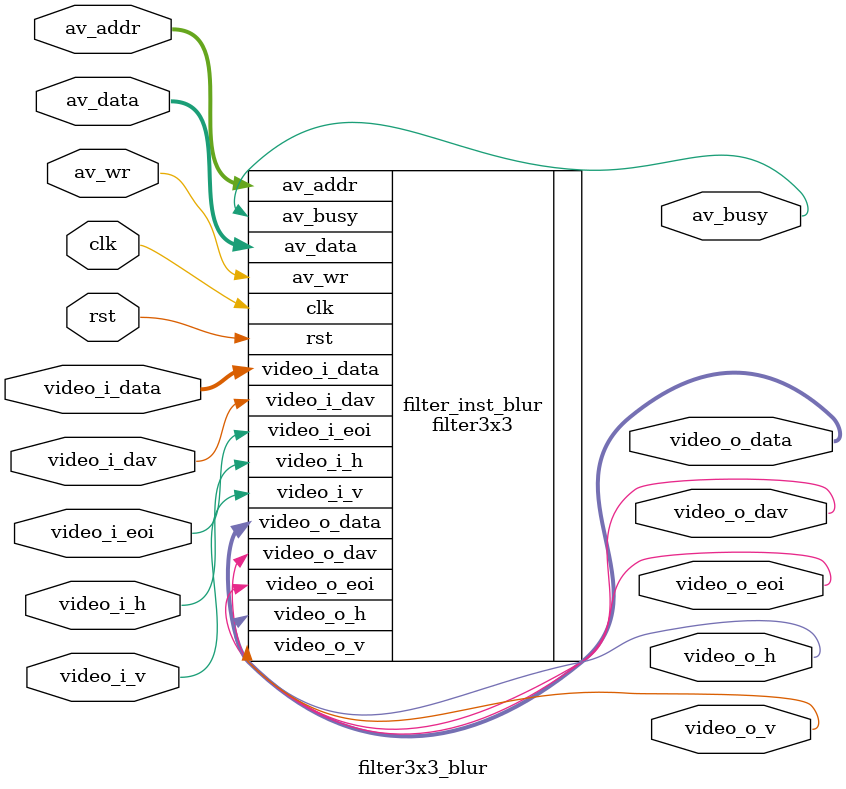
<source format=sv>
`timescale 1ns/1ps
module filter3x3_blur
	#(
		parameter bitwidth = 14,
				  VIDEO_XSIZE = 640,
				  VIDEO_YSIZE = 480,
				  PIX_BITS = 10,
				  LIN_BITS = 9
		)
	(
	input clk,
	input rst,

	input av_wr,
   	input [7:0]av_addr,
   	input [15:0]av_data,
   	output av_busy,

	input video_i_v,	
	input video_i_h,	
	input video_i_eoi,	
	input video_i_dav,	
	input [bitwidth-1:0]video_i_data,

	output video_o_v,	
	output video_o_h,	
	output video_o_eoi,	
	output video_o_dav,	
	output [bitwidth-1:0]video_o_data
);


	filter3x3
#(
	.SHARP_EDGE(0),
	.bitwidth(bitwidth),
	.VIDEO_XSIZE(VIDEO_XSIZE),
	.VIDEO_YSIZE(VIDEO_YSIZE),
	.PIX_BITS(PIX_BITS),
	.LIN_BITS(LIN_BITS)	
	)
filter_inst_blur(
	.clk(clk),
	.rst(rst),
	.av_wr(av_wr),
	.av_addr(av_addr),
	.av_data(av_data),
 	.av_busy(av_busy),
	.video_i_v(video_i_v),	
	.video_i_h(video_i_h),	
	.video_i_eoi(video_i_eoi),	
	.video_i_dav(video_i_dav),	
	.video_i_data(video_i_data),
	.video_o_v(video_o_v),	
	.video_o_h(video_o_h),	
	.video_o_eoi(video_o_eoi),	
	.video_o_dav(video_o_dav),	
	.video_o_data(video_o_data)
);

endmodule // filter3x3_blur
</source>
